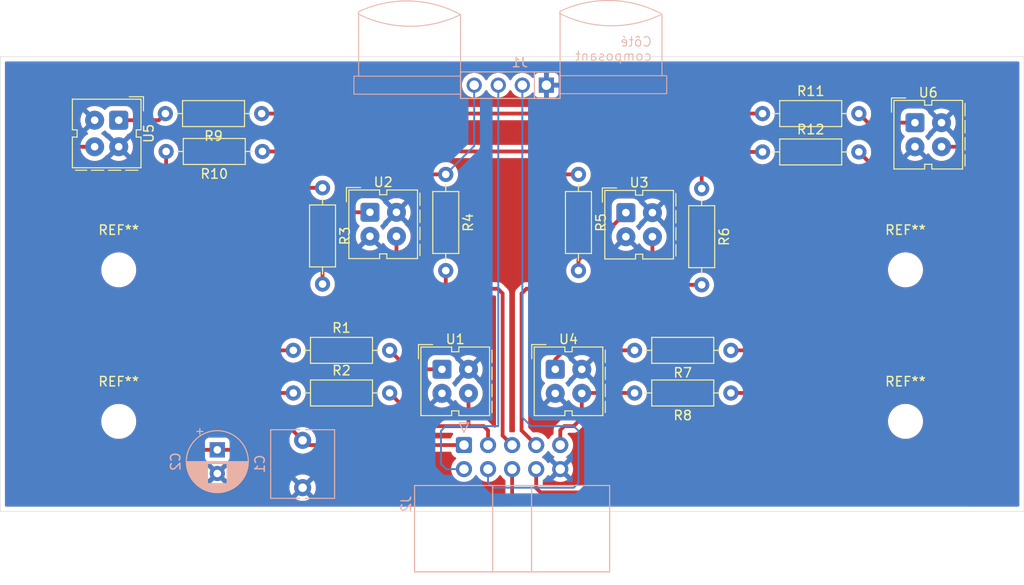
<source format=kicad_pcb>
(kicad_pcb (version 20240108) (generator "pcbnew") (generator_version "8.0")
  (layers (0 "F.Cu" signal) (31 "B.Cu" signal) (34 "B.Paste" user) (35 "F.Paste" user) (36 "B.SilkS" user "B.Silkscreen") (37 "F.SilkS" user "F.Silkscreen") (38 "B.Mask" user) (39 "F.Mask" user) (44 "Edge.Cuts" user))
  (net 0 "")
  (net 1 "GND")
  (net 2 "VCC")
  (net 3 "Net-(J2-Pin_2)")
  (net 4 "Net-(J2-Pin_4)")
  (net 5 "/AN2")
  (net 6 "/D1")
  (net 7 "/D0")
  (net 8 "/AN0")
  (net 9 "/AN3")
  (net 10 "/AN1")
  (net 11 "Net-(U1-A)")
  (net 12 "Net-(U2-A)")
  (net 13 "Net-(U3-A)")
  (net 14 "Net-(U4-A)")
  (net 15 "Net-(U5-A)")
  (net 16 "Net-(U6-A)")
  (footprint "MountingHole:MountingHole_3.2mm_M3" (layer "F.Cu") (at 185.5 98.5)
    (property "Reference" "REF**" (at 0 -4.2 0) (layer "F.SilkS"))
    (property "Value" "MountingHole_3.2mm_M3")
    (pad "" np_thru_hole circle (at 0 0) (size 3.2 3.2) (drill 3.2) (layers "*.Cu" "*.Mask"))
  )
  (footprint "OptoDevice:Vishay_CNY70" (layer "F.Cu") (at 186.5 66.96)
    (property "Reference" "U6" (at 1.4 -3.17 0) (layer "F.SilkS"))
    (property "Value" "CNY70_IUT_VdA")
    (pad "1" thru_hole roundrect (at 0 0) (size 2 2) (drill 0.8) (layers "*.Cu" "*.Mask") (roundrect_rratio 0.156) (net 16 "Net-(U6-A)"))
    (pad "2" thru_hole circle (at 0 2.54) (size 2 2) (drill 0.8) (layers "*.Cu" "*.Mask") (net 1 "GND"))
    (pad "3" thru_hole circle (at 2.8 2.54) (size 2 2) (drill 0.8) (layers "*.Cu" "*.Mask") (net 6 "/D1"))
    (pad "4" thru_hole circle (at 2.8 0) (size 2 2) (drill 0.8) (layers "*.Cu" "*.Mask") (net 1 "GND"))
  )
  (footprint "Resistor_THT:R_Axial_DIN0207_L6.3mm_D2.5mm_P10.16mm_Horizontal" (layer "F.Cu") (at 117.66 70 180)
    (property "Reference" "R10" (at 5.08 -2.37 0) (layer "F.SilkS"))
    (property "Value" "10K")
    (pad "1" thru_hole circle (at 0 0 180) (size 1.6 1.6) (drill 0.8) (layers "*.Cu" "*.Mask") (net 2 "VCC"))
    (pad "2" thru_hole oval (at 10.16 0 180) (size 1.6 1.6) (drill 0.8) (layers "*.Cu" "*.Mask") (net 7 "/D0"))
  )
  (footprint "Resistor_THT:R_Axial_DIN0207_L6.3mm_D2.5mm_P10.16mm_Horizontal" (layer "F.Cu") (at 170.42 70.05)
    (property "Reference" "R12" (at 5.08 -2.37 180) (layer "F.SilkS"))
    (property "Value" "10K")
    (pad "1" thru_hole circle (at 0 0) (size 1.6 1.6) (drill 0.8) (layers "*.Cu" "*.Mask") (net 2 "VCC"))
    (pad "2" thru_hole oval (at 10.16 0) (size 1.6 1.6) (drill 0.8) (layers "*.Cu" "*.Mask") (net 6 "/D1"))
  )
  (footprint "OptoDevice:Vishay_CNY70" (layer "F.Cu") (at 136.6 93)
    (property "Reference" "U1" (at 1.4 -3.17 0) (layer "F.SilkS"))
    (property "Value" "CNY70_IUT_VdA")
    (pad "1" thru_hole roundrect (at 0 0) (size 2 2) (drill 0.8) (layers "*.Cu" "*.Mask") (roundrect_rratio 0.156) (net 11 "Net-(U1-A)"))
    (pad "2" thru_hole circle (at 0 2.54) (size 2 2) (drill 0.8) (layers "*.Cu" "*.Mask") (net 1 "GND"))
    (pad "3" thru_hole circle (at 2.8 2.54) (size 2 2) (drill 0.8) (layers "*.Cu" "*.Mask") (net 8 "/AN0"))
    (pad "4" thru_hole circle (at 2.8 0) (size 2 2) (drill 0.8) (layers "*.Cu" "*.Mask") (net 1 "GND"))
  )
  (footprint "Resistor_THT:R_Axial_DIN0207_L6.3mm_D2.5mm_P10.16mm_Horizontal" (layer "F.Cu") (at 120.92 95.5)
    (property "Reference" "R2" (at 5.08 -2.37 0) (layer "F.SilkS"))
    (property "Value" "10K")
    (pad "1" thru_hole circle (at 0 0) (size 1.6 1.6) (drill 0.8) (layers "*.Cu" "*.Mask") (net 2 "VCC"))
    (pad "2" thru_hole oval (at 10.16 0) (size 1.6 1.6) (drill 0.8) (layers "*.Cu" "*.Mask") (net 8 "/AN0"))
  )
  (footprint "Resistor_THT:R_Axial_DIN0207_L6.3mm_D2.5mm_P10.16mm_Horizontal" (layer "F.Cu") (at 120.92 91)
    (property "Reference" "R1" (at 5.08 -2.37 0) (layer "F.SilkS"))
    (property "Value" "220")
    (pad "1" thru_hole circle (at 0 0) (size 1.6 1.6) (drill 0.8) (layers "*.Cu" "*.Mask") (net 2 "VCC"))
    (pad "2" thru_hole oval (at 10.16 0) (size 1.6 1.6) (drill 0.8) (layers "*.Cu" "*.Mask") (net 11 "Net-(U1-A)"))
  )
  (footprint "Resistor_THT:R_Axial_DIN0207_L6.3mm_D2.5mm_P10.16mm_Horizontal" (layer "F.Cu") (at 167.08 91 180)
    (property "Reference" "R7" (at 5.08 -2.37 180) (layer "F.SilkS"))
    (property "Value" "220")
    (pad "1" thru_hole circle (at 0 0 180) (size 1.6 1.6) (drill 0.8) (layers "*.Cu" "*.Mask") (net 2 "VCC"))
    (pad "2" thru_hole oval (at 10.16 0 180) (size 1.6 1.6) (drill 0.8) (layers "*.Cu" "*.Mask") (net 14 "Net-(U4-A)"))
  )
  (footprint "MountingHole:MountingHole_3.2mm_M3" (layer "F.Cu") (at 102.5 98.5)
    (property "Reference" "REF**" (at 0 -4.2 0) (layer "F.SilkS"))
    (property "Value" "MountingHole_3.2mm_M3")
    (pad "" np_thru_hole circle (at 0 0) (size 3.2 3.2) (drill 3.2) (layers "*.Cu" "*.Mask"))
  )
  (footprint "Resistor_THT:R_Axial_DIN0207_L6.3mm_D2.5mm_P10.16mm_Horizontal" (layer "F.Cu") (at 151 72.42 -90)
    (property "Reference" "R5" (at 5.08 -2.37 -90) (layer "F.SilkS"))
    (property "Value" "220")
    (pad "1" thru_hole circle (at 0 0 270) (size 1.6 1.6) (drill 0.8) (layers "*.Cu" "*.Mask") (net 2 "VCC"))
    (pad "2" thru_hole oval (at 10.16 0 270) (size 1.6 1.6) (drill 0.8) (layers "*.Cu" "*.Mask") (net 13 "Net-(U3-A)"))
  )
  (footprint "OptoDevice:Vishay_CNY70" (layer "F.Cu") (at 129 76.42)
    (property "Reference" "U2" (at 1.4 -3.17 0) (layer "F.SilkS"))
    (property "Value" "CNY70_IUT_VdA")
    (pad "1" thru_hole roundrect (at 0 0) (size 2 2) (drill 0.8) (layers "*.Cu" "*.Mask") (roundrect_rratio 0.156) (net 12 "Net-(U2-A)"))
    (pad "2" thru_hole circle (at 0 2.54) (size 2 2) (drill 0.8) (layers "*.Cu" "*.Mask") (net 1 "GND"))
    (pad "3" thru_hole circle (at 2.8 2.54) (size 2 2) (drill 0.8) (layers "*.Cu" "*.Mask") (net 10 "/AN1"))
    (pad "4" thru_hole circle (at 2.8 0) (size 2 2) (drill 0.8) (layers "*.Cu" "*.Mask") (net 1 "GND"))
  )
  (footprint "MountingHole:MountingHole_3.2mm_M3" (layer "F.Cu") (at 185.5 82.5)
    (property "Reference" "REF**" (at 0 -4.2 0) (layer "F.SilkS"))
    (property "Value" "MountingHole_3.2mm_M3")
    (pad "" np_thru_hole circle (at 0 0) (size 3.2 3.2) (drill 3.2) (layers "*.Cu" "*.Mask"))
  )
  (footprint "Resistor_THT:R_Axial_DIN0207_L6.3mm_D2.5mm_P10.16mm_Horizontal" (layer "F.Cu") (at 164 73.92 -90)
    (property "Reference" "R6" (at 5.08 -2.37 -90) (layer "F.SilkS"))
    (property "Value" "10K")
    (pad "1" thru_hole circle (at 0 0 270) (size 1.6 1.6) (drill 0.8) (layers "*.Cu" "*.Mask") (net 2 "VCC"))
    (pad "2" thru_hole oval (at 10.16 0 270) (size 1.6 1.6) (drill 0.8) (layers "*.Cu" "*.Mask") (net 5 "/AN2"))
  )
  (footprint "MountingHole:MountingHole_3.2mm_M3" (layer "F.Cu") (at 102.5 82.5)
    (property "Reference" "REF**" (at 0 -4.2 0) (layer "F.SilkS"))
    (property "Value" "MountingHole_3.2mm_M3")
    (pad "" np_thru_hole circle (at 0 0) (size 3.2 3.2) (drill 3.2) (layers "*.Cu" "*.Mask"))
  )
  (footprint "Resistor_THT:R_Axial_DIN0207_L6.3mm_D2.5mm_P10.16mm_Horizontal" (layer "F.Cu") (at 124 73.84 -90)
    (property "Reference" "R3" (at 5.08 -2.37 90) (layer "F.SilkS"))
    (property "Value" "220")
    (pad "1" thru_hole circle (at 0 0 270) (size 1.6 1.6) (drill 0.8) (layers "*.Cu" "*.Mask") (net 2 "VCC"))
    (pad "2" thru_hole oval (at 10.16 0 270) (size 1.6 1.6) (drill 0.8) (layers "*.Cu" "*.Mask") (net 12 "Net-(U2-A)"))
  )
  (footprint "Resistor_THT:R_Axial_DIN0207_L6.3mm_D2.5mm_P10.16mm_Horizontal" (layer "F.Cu") (at 117.58 66 180)
    (property "Reference" "R9" (at 5.08 -2.37 0) (layer "F.SilkS"))
    (property "Value" "220")
    (pad "1" thru_hole circle (at 0 0 180) (size 1.6 1.6) (drill 0.8) (layers "*.Cu" "*.Mask") (net 2 "VCC"))
    (pad "2" thru_hole oval (at 10.16 0 180) (size 1.6 1.6) (drill 0.8) (layers "*.Cu" "*.Mask") (net 15 "Net-(U5-A)"))
  )
  (footprint "Resistor_THT:R_Axial_DIN0207_L6.3mm_D2.5mm_P10.16mm_Horizontal" (layer "F.Cu") (at 137 72.42 -90)
    (property "Reference" "R4" (at 5.08 -2.37 90) (layer "F.SilkS"))
    (property "Value" "10K")
    (pad "1" thru_hole circle (at 0 0 270) (size 1.6 1.6) (drill 0.8) (layers "*.Cu" "*.Mask") (net 2 "VCC"))
    (pad "2" thru_hole oval (at 10.16 0 270) (size 1.6 1.6) (drill 0.8) (layers "*.Cu" "*.Mask") (net 10 "/AN1"))
  )
  (footprint "Resistor_THT:R_Axial_DIN0207_L6.3mm_D2.5mm_P10.16mm_Horizontal" (layer "F.Cu") (at 170.42 66)
    (property "Reference" "R11" (at 5.08 -2.37 180) (layer "F.SilkS"))
    (property "Value" "220")
    (pad "1" thru_hole circle (at 0 0) (size 1.6 1.6) (drill 0.8) (layers "*.Cu" "*.Mask") (net 2 "VCC"))
    (pad "2" thru_hole oval (at 10.16 0) (size 1.6 1.6) (drill 0.8) (layers "*.Cu" "*.Mask") (net 16 "Net-(U6-A)"))
  )
  (footprint "OptoDevice:Vishay_CNY70" (layer "F.Cu") (at 102.5 66.7 -90)
    (property "Reference" "U5" (at 1.4 -3.17 90) (layer "F.SilkS"))
    (property "Value" "CNY70_IUT_VdA")
    (pad "1" thru_hole roundrect (at 0 0 270) (size 2 2) (drill 0.8) (layers "*.Cu" "*.Mask") (roundrect_rratio 0.156) (net 15 "Net-(U5-A)"))
    (pad "2" thru_hole circle (at 0 2.54 270) (size 2 2) (drill 0.8) (layers "*.Cu" "*.Mask") (net 1 "GND"))
    (pad "3" thru_hole circle (at 2.8 2.54 270) (size 2 2) (drill 0.8) (layers "*.Cu" "*.Mask") (net 7 "/D0"))
    (pad "4" thru_hole circle (at 2.8 0 270) (size 2 2) (drill 0.8) (layers "*.Cu" "*.Mask") (net 1 "GND"))
  )
  (footprint "OptoDevice:Vishay_CNY70" (layer "F.Cu") (at 148.55 93)
    (property "Reference" "U4" (at 1.4 -3.17 0) (layer "F.SilkS"))
    (property "Value" "CNY70_IUT_VdA")
    (pad "1" thru_hole roundrect (at 0 0) (size 2 2) (drill 0.8) (layers "*.Cu" "*.Mask") (roundrect_rratio 0.156) (net 14 "Net-(U4-A)"))
    (pad "2" thru_hole circle (at 0 2.54) (size 2 2) (drill 0.8) (layers "*.Cu" "*.Mask") (net 1 "GND"))
    (pad "3" thru_hole circle (at 2.8 2.54) (size 2 2) (drill 0.8) (layers "*.Cu" "*.Mask") (net 9 "/AN3"))
    (pad "4" thru_hole circle (at 2.8 0) (size 2 2) (drill 0.8) (layers "*.Cu" "*.Mask") (net 1 "GND"))
  )
  (footprint "Resistor_THT:R_Axial_DIN0207_L6.3mm_D2.5mm_P10.16mm_Horizontal" (layer "F.Cu") (at 167.08 95.5 180)
    (property "Reference" "R8" (at 5.08 -2.37 180) (layer "F.SilkS"))
    (property "Value" "10K")
    (pad "1" thru_hole circle (at 0 0 180) (size 1.6 1.6) (drill 0.8) (layers "*.Cu" "*.Mask") (net 2 "VCC"))
    (pad "2" thru_hole oval (at 10.16 0 180) (size 1.6 1.6) (drill 0.8) (layers "*.Cu" "*.Mask") (net 9 "/AN3"))
  )
  (footprint "OptoDevice:Vishay_CNY70" (layer "F.Cu") (at 156 76.46)
    (property "Reference" "U3" (at 1.4 -3.17 0) (layer "F.SilkS"))
    (property "Value" "CNY70_IUT_VdA")
    (pad "1" thru_hole roundrect (at 0 0) (size 2 2) (drill 0.8) (layers "*.Cu" "*.Mask") (roundrect_rratio 0.156) (net 13 "Net-(U3-A)"))
    (pad "2" thru_hole circle (at 0 2.54) (size 2 2) (drill 0.8) (layers "*.Cu" "*.Mask") (net 1 "GND"))
    (pad "3" thru_hole circle (at 2.8 2.54) (size 2 2) (drill 0.8) (layers "*.Cu" "*.Mask") (net 5 "/AN2"))
    (pad "4" thru_hole circle (at 2.8 0) (size 2 2) (drill 0.8) (layers "*.Cu" "*.Mask") (net 1 "GND"))
  )
  (footprint "Capacitor_THT:C_Rect_L7.0mm_W6.5mm_P5.00mm" (layer "B.Cu") (at 121.9 100.5 -90)
    (property "Reference" "C1" (at 2.5 4.5 90) (layer "B.SilkS") (effects (justify mirror)))
    (property "Value" "C")
    (pad "1" thru_hole circle (at 0 0 270) (size 1.8 1.8) (drill 0.9) (layers "*.Cu" "*.Mask") (net 2 "VCC"))
    (pad "2" thru_hole circle (at 5 0 270) (size 1.8 1.8) (drill 0.9) (layers "*.Cu" "*.Mask") (net 1 "GND"))
  )
  (footprint "Connector_IDC:IDC-Header_2x05_P2.54mm_Horizontal" (layer "B.Cu") (at 138.92 101 -90)
    (property "Reference" "J2" (at 6.215 6.1 90) (layer "B.SilkS") (effects (justify mirror)))
    (property "Value" "Conn_02x05_Odd_Even")
    (pad "1" thru_hole roundrect (at 0 0 270) (size 1.7 1.7) (drill 1) (layers "*.Cu" "*.Mask") (roundrect_rratio 0.147059) (net 2 "VCC"))
    (pad "2" thru_hole circle (at 2.54 0 270) (size 1.7 1.7) (drill 1) (layers "*.Cu" "*.Mask") (net 3 "Net-(J2-Pin_2)"))
    (pad "3" thru_hole circle (at 0 -2.54 270) (size 1.7 1.7) (drill 1) (layers "*.Cu" "*.Mask") (net 8 "/AN0"))
    (pad "4" thru_hole circle (at 2.54 -2.54 270) (size 1.7 1.7) (drill 1) (layers "*.Cu" "*.Mask") (net 4 "Net-(J2-Pin_4)"))
    (pad "5" thru_hole circle (at 0 -5.08 270) (size 1.7 1.7) (drill 1) (layers "*.Cu" "*.Mask") (net 10 "/AN1"))
    (pad "6" thru_hole circle (at 2.54 -5.08 270) (size 1.7 1.7) (drill 1) (layers "*.Cu" "*.Mask") (net 7 "/D0"))
    (pad "7" thru_hole circle (at 0 -7.62 270) (size 1.7 1.7) (drill 1) (layers "*.Cu" "*.Mask") (net 5 "/AN2"))
    (pad "8" thru_hole circle (at 2.54 -7.62 270) (size 1.7 1.7) (drill 1) (layers "*.Cu" "*.Mask") (net 6 "/D1"))
    (pad "9" thru_hole circle (at 0 -10.16 270) (size 1.7 1.7) (drill 1) (layers "*.Cu" "*.Mask") (net 9 "/AN3"))
    (pad "10" thru_hole circle (at 2.54 -10.16 270) (size 1.7 1.7) (drill 1) (layers "*.Cu" "*.Mask") (net 1 "GND"))
  )
  (footprint "Capacitor_THT:CP_Radial_D6.3mm_P2.50mm" (layer "B.Cu") (at 112.9 101.5 -90)
    (property "Reference" "C2" (at 1.25 4.4 90) (layer "B.SilkS") (effects (justify mirror)))
    (property "Value" "C_Polarized")
    (pad "1" thru_hole rect (at 0 0 270) (size 1.6 1.6) (drill 0.8) (layers "*.Cu" "*.Mask") (net 2 "VCC"))
    (pad "2" thru_hole circle (at 2.5 0 270) (size 1.6 1.6) (drill 0.8) (layers "*.Cu" "*.Mask") (net 1 "GND"))
  )
  (footprint "US:UltraSon_IUT_VdA" (layer "B.Cu") (at 143.81 63 180)
    (property "Reference" "J1" (at -1 2.4 0) (layer "B.SilkS") (effects (justify mirror)))
    (property "Value" "US_IUT_VdA")
    (fp_text user "composant" (at -15 2.5 0) (layer "B.SilkS") (effects (font (thickness 0.1)) (justify left bottom mirror)))
    (fp_text user "Côté" (at -15 4 0) (layer "B.SilkS") (effects (font (thickness 0.1)) (justify left bottom mirror)))
    (pad "Echo" thru_hole oval (at -1.27 0 180) (size 1.6 1.6) (drill 1) (layers "*.Cu" "*.Mask") (net 4 "Net-(J2-Pin_4)"))
    (pad "Gnd" thru_hole rect (at -3.81 0 180) (size 1.6 1.6) (drill 1) (layers "*.Cu" "*.Mask") (net 1 "GND"))
    (pad "Trig" thru_hole oval (at 1.27 0 180) (size 1.6 1.6) (drill 1) (layers "*.Cu" "*.Mask") (net 3 "Net-(J2-Pin_2)"))
    (pad "Vcc" thru_hole oval (at 3.81 0 180) (size 1.6 1.6) (drill 1) (layers "*.Cu" "*.Mask") (net 2 "VCC"))
  )
  (gr_line (start 90 108) (end 90 60) (stroke (width 0.05)) (layer "Edge.Cuts"))
  (gr_line (start 90 60) (end 198 60) (stroke (width 0.05)) (layer "Edge.Cuts"))
  (gr_line (start 198 60) (end 198 108) (stroke (width 0.05)) (layer "Edge.Cuts"))
  (gr_line (start 198 108) (end 90 108) (stroke (width 0.05)) (layer "Edge.Cuts"))
  (segment (start 151.35 93) (end 151.09 93) (width 0.4) (layer "F.Cu") (net 1))
  (segment (start 158.8 76.46) (end 158.54 76.46) (width 0.4) (layer "F.Cu") (net 1))
  (segment (start 131.8 76.42) (end 131.54 76.42) (width 0.4) (layer "F.Cu") (net 1))
  (segment (start 136.6 95.54) (end 136.86 95.54) (width 0.4) (layer "F.Cu") (net 1))
  (segment (start 186.5 69.5) (end 186.76 69.5) (width 0.4) (layer "F.Cu") (net 1))
  (segment (start 99.96 66.7) (end 99.96 66.96) (width 0.4) (layer "B.Cu") (net 1))
  (segment (start 148.55 95.54) (end 148.81 95.54) (width 0.4) (layer "B.Cu") (net 1))
  (segment (start 102.5 69.5) (end 102.5 69.24) (width 0.4) (layer "B.Cu") (net 1))
  (segment (start 186.5 69.5) (end 186.76 69.5) (width 0.4) (layer "B.Cu") (net 1))
  (segment (start 156 79) (end 156.26 79) (width 0.4) (layer "B.Cu") (net 1))
  (segment (start 129 78.96) (end 129.26 78.96) (width 0.4) (layer "B.Cu") (net 1))
  (segment (start 136.6 95.54) (end 136.86 95.54) (width 0.4) (layer "B.Cu") (net 1))
  (segment (start 140 70) (end 146 70) (width 0.4) (layer "F.Cu") (net 2))
  (segment (start 115 92.5) (end 115 91) (width 0.4) (layer "F.Cu") (net 2))
  (segment (start 115 91) (end 115 77.5) (width 0.4) (layer "F.Cu") (net 2))
  (segment (start 164 73.92) (end 164 72.5) (width 0.4) (layer "F.Cu") (net 2))
  (segment (start 132 70) (end 137 70) (width 0.4) (layer "F.Cu") (net 2))
  (segment (start 119 66) (end 117.58 66) (width 0.4) (layer "F.Cu") (net 2))
  (segment (start 115 93.5) (end 115 92.5) (width 0.4) (layer "F.Cu") (net 2))
  (segment (start 167.08 91) (end 170 91) (width 0.4) (layer "F.Cu") (net 2))
  (segment (start 120 72.5) (end 120 71) (width 0.4) (layer "F.Cu") (net 2))
  (segment (start 138.92 101) (end 122.4 101) (width 0.4) (layer "F.Cu") (net 2))
  (segment (start 110 100) (end 110 98.5) (width 0.4) (layer "F.Cu") (net 2))
  (segment (start 116.5 91) (end 115 92.5) (width 0.4) (layer "F.Cu") (net 2))
  (segment (start 120.4 99) (end 117.5 99) (width 0.4) (layer "F.Cu") (net 2))
  (segment (start 124 73.84) (end 118.66 73.84) (width 0.4) (layer "F.Cu") (net 2))
  (segment (start 118.66 73.84) (end 118.5 74) (width 0.2) (layer "F.Cu") (net 2))
  (segment (start 113 95.5) (end 115 93.5) (width 0.4) (layer "F.Cu") (net 2))
  (segment (start 110 98.5) (end 113 95.5) (width 0.4) (layer "F.Cu") (net 2))
  (segment (start 164 70) (end 164.05 70.05) (width 0.2) (layer "F.Cu") (net 2))
  (segment (start 120 67) (end 119 66) (width 0.4) (layer "F.Cu") (net 2))
  (segment (start 115 101.5) (end 112.9 101.5) (width 0.4) (layer "F.Cu") (net 2))
  (segment (start 115 77.5) (end 118.5 74) (width 0.4) (layer "F.Cu") (net 2))
  (segment (start 117.5 99) (end 115 101.5) (width 0.4) (layer "F.Cu") (net 2))
  (segment (start 137 72.42) (end 134.42 72.42) (width 0.4) (layer "F.Cu") (net 2))
  (segment (start 164 72.5) (end 161.5 70) (width 0.4) (layer "F.Cu") (net 2))
  (segment (start 170 74.5) (end 170 91) (width 0.4) (layer "F.Cu") (net 2))
  (segment (start 151 72.42) (end 148.42 72.42) (width 0.4) (layer "F.Cu") (net 2))
  (segment (start 167 66) (end 163 70) (width 0.4) (layer "F.Cu") (net 2))
  (segment (start 137 70) (end 140 70) (width 0.4) (layer "F.Cu") (net 2))
  (segment (start 125 70) (end 132 70) (width 0.4) (layer "F.Cu") (net 2))
  (segment (start 118.5 74) (end 120 72.5) (width 0.4) (layer "F.Cu") (net 2))
  (segment (start 166 70.05) (end 170 74.05) (width 0.4) (layer "F.Cu") (net 2))
  (segment (start 170 95.5) (end 167.08 95.5) (width 0.4) (layer "F.Cu") (net 2))
  (segment (start 164.05 70.05) (end 166 70.05) (width 0.4) (layer "F.Cu") (net 2))
  (segment (start 122.4 101) (end 121.9 100.5) (width 0.4) (layer "F.Cu") (net 2))
  (segment (start 120 71) (end 120 67) (width 0.4) (layer "F.Cu") (net 2))
  (segment (start 161.5 70) (end 163 70) (width 0.4) (layer "F.Cu") (net 2))
  (segment (start 151 70) (end 161.5 70) (width 0.4) (layer "F.Cu") (net 2))
  (segment (start 148.42 72.42) (end 146 70) (width 0.4) (layer "F.Cu") (net 2))
  (segment (start 166 70.05) (end 170.42 70.05) (width 0.4) (layer "F.Cu") (net 2))
  (segment (start 120 72.5) (end 122.5 70) (width 0.4) (layer "F.Cu") (net 2))
  (segment (start 170.42 66) (end 167 66) (width 0.4) (layer "F.Cu") (net 2))
  (segment (start 119 70) (end 117.66 70) (width 0.4) (layer "F.Cu") (net 2))
  (segment (start 134.42 72.42) (end 132 70) (width 0.4) (layer "F.Cu") (net 2))
  (segment (start 146 70) (end 151 70) (width 0.4) (layer "F.Cu") (net 2))
  (segment (start 170 74.05) (end 170 74.5) (width 0.4) (layer "F.Cu") (net 2))
  (segment (start 163 70) (end 164 70) (width 0.4) (layer "F.Cu") (net 2))
  (segment (start 120.92 95.5) (end 113 95.5) (width 0.4) (layer "F.Cu") (net 2))
  (segment (start 170 91) (end 170 95.5) (width 0.4) (layer "F.Cu") (net 2))
  (segment (start 111.5 101.5) (end 110 100) (width 0.4) (layer "F.Cu") (net 2))
  (segment (start 122.5 70) (end 125 70) (width 0.4) (layer "F.Cu") (net 2))
  (segment (start 121.9 100.5) (end 120.4 99) (width 0.4) (layer "F.Cu") (net 2))
  (segment (start 112.9 101.5) (end 111.5 101.5) (width 0.4) (layer "F.Cu") (net 2))
  (segment (start 120 71) (end 119 70) (width 0.4) (layer "F.Cu") (net 2))
  (segment (start 120.92 91) (end 116.5 91) (width 0.4) (layer "F.Cu") (net 2))
  (segment (start 140 63) (end 140 69.42) (width 0.2) (layer "B.Cu") (net 2))
  (segment (start 140 69.42) (end 137 72.42) (width 0.2) (layer "B.Cu") (net 2))
  (segment (start 142.54 63) (end 142.54 98.96) (width 0.2) (layer "B.Cu") (net 3))
  (segment (start 142.5 99) (end 137 99) (width 0.2) (layer "B.Cu") (net 3))
  (segment (start 136.5 103) (end 137.04 103.54) (width 0.2) (layer "B.Cu") (net 3))
  (segment (start 137.04 103.54) (end 138.92 103.54) (width 0.2) (layer "B.Cu") (net 3))
  (segment (start 137 99) (end 136.5 99.5) (width 0.2) (layer "B.Cu") (net 3))
  (segment (start 142.54 98.96) (end 142.5 99) (width 0.2) (layer "B.Cu") (net 3))
  (segment (start 136.5 99.5) (end 136.5 103) (width 0.2) (layer "B.Cu") (net 3))
  (segment (start 150.5 105.5) (end 142 105.5) (width 0.2) (layer "B.Cu") (net 4))
  (segment (start 151 99.5) (end 151 105) (width 0.2) (layer "B.Cu") (net 4))
  (segment (start 151 105) (end 150.5 105.5) (width 0.2) (layer "B.Cu") (net 4))
  (segment (start 145.08 63) (end 145.08 98.08) (width 0.2) (layer "B.Cu") (net 4))
  (segment (start 141.46 104.96) (end 141.46 103.54) (width 0.2) (layer "B.Cu") (net 4))
  (segment (start 150.5 99) (end 151 99.5) (width 0.2) (layer "B.Cu") (net 4))
  (segment (start 145.08 98.08) (end 146 99) (width 0.2) (layer "B.Cu") (net 4))
  (segment (start 142 105.5) (end 141.46 104.96) (width 0.2) (layer "B.Cu") (net 4))
  (segment (start 146 99) (end 150.5 99) (width 0.2) (layer "B.Cu") (net 4))
  (segment (start 145 99.46) (end 146.54 101) (width 0.4) (layer "F.Cu") (net 5))
  (segment (start 158.8 79) (end 158.8 84.2) (width 0.4) (layer "F.Cu") (net 5))
  (segment (start 164 84.08) (end 158.92 84.08) (width 0.4) (layer "F.Cu") (net 5))
  (segment (start 158.8 84.2) (end 158.5 84.5) (width 0.4) (layer "F.Cu") (net 5))
  (segment (start 145.5 84.5) (end 145 85) (width 0.4) (layer "F.Cu") (net 5))
  (segment (start 158.92 84.08) (end 158.8 84.2) (width 0.4) (layer "F.Cu") (net 5))
  (segment (start 158.5 84.5) (end 145.5 84.5) (width 0.4) (layer "F.Cu") (net 5))
  (segment (start 145 85) (end 145 99.46) (width 0.4) (layer "F.Cu") (net 5))
  (segment (start 195 69.5) (end 189.3 69.5) (width 0.4) (layer "F.Cu") (net 6))
  (segment (start 195.5 74) (end 184.53 74) (width 0.4) (layer "F.Cu") (net 6))
  (segment (start 195.5 101.5) (end 195.5 74) (width 0.4) (layer "F.Cu") (net 6))
  (segment (start 184.53 74) (end 180.58 70.05) (width 0.4) (layer "F.Cu") (net 6))
  (segment (start 191 106) (end 147 106) (width 0.4) (layer "F.Cu") (net 6))
  (segment (start 146.54 105.54) (end 146.54 103.54) (width 0.4) (layer "F.Cu") (net 6))
  (segment (start 195.5 70) (end 195 69.5) (width 0.4) (layer "F.Cu") (net 6))
  (segment (start 191 106) (end 195.5 101.5) (width 0.4) (layer "F.Cu") (net 6))
  (segment (start 195.5 74) (end 195.5 70) (width 0.4) (layer "F.Cu") (net 6))
  (segment (start 147 106) (end 146.54 105.54) (width 0.4) (layer "F.Cu") (net 6))
  (segment (start 99.96 69.5) (end 96.5 69.5) (width 0.4) (layer "F.Cu") (net 7))
  (segment (start 192.5 63.5) (end 196.5 67.5) (width 0.4) (layer "F.Cu") (net 7))
  (segment (start 149.5 66) (end 152 63.5) (width 0.4) (layer "F.Cu") (net 7))
  (segment (start 196.5 102) (end 191.5 107) (width 0.4) (layer "F.Cu") (net 7))
  (segment (start 98.7 69.5) (end 98.96 69.5) (width 0.4) (layer "F.Cu") (net 7))
  (segment (start 96 72.5) (end 96.5 73) (width 0.4) (layer "F.Cu") (net 7))
  (segment (start 96 70) (end 96 64) (width 0.4) (layer "F.Cu") (net 7))
  (segment (start 191.5 107) (end 144 107) (width 0.4) (layer "F.Cu") (net 7))
  (segment (start 96.5 73) (end 107 73) (width 0.4) (layer "F.Cu") (net 7))
  (segment (start 107 73) (end 107.5 72.5) (width 0.4) (layer "F.Cu") (net 7))
  (segment (start 135.5 63.5) (end 138 66) (width 0.4) (layer "F.Cu") (net 7))
  (segment (start 138 66) (end 149.5 66) (width 0.4) (layer "F.Cu") (net 7))
  (segment (start 196.5 67.5) (end 196.5 102) (width 0.4) (layer "F.Cu") (net 7))
  (segment (start 96 64) (end 96.5 63.5) (width 0.4) (layer "F.Cu") (net 7))
  (segment (start 96 70) (end 96 72.5) (width 0.4) (layer "F.Cu") (net 7))
  (segment (start 96.5 63.5) (end 135.5 63.5) (width 0.4) (layer "F.Cu") (net 7))
  (segment (start 96.5 69.5) (end 96 70) (width 0.4) (layer "F.Cu") (net 7))
  (segment (start 152 63.5) (end 192.5 63.5) (width 0.4) (layer "F.Cu") (net 7))
  (segment (start 107.5 72.5) (end 107.5 70) (width 0.4) (layer "F.Cu") (net 7))
  (segment (start 144 107) (end 144 103.54) (width 0.4) (layer "F.Cu") (net 7))
  (segment (start 134.58 99) (end 131.08 95.5) (width 0.4) (layer "F.Cu") (net 8))
  (segment (start 141.46 101) (end 141.46 99.46) (width 0.4) (layer "F.Cu") (net 8))
  (segment (start 139.4 95.54) (end 139.4 98.9) (width 0.4) (layer "F.Cu") (net 8))
  (segment (start 141 99) (end 139.5 99) (width 0.4) (layer "F.Cu") (net 8))
  (segment (start 141.46 99.46) (end 141 99) (width 0.4) (layer "F.Cu") (net 8))
  (segment (start 139.5 99) (end 134.58 99) (width 0.4) (layer "F.Cu") (net 8))
  (segment (start 139.4 98.9) (end 139.5 99) (width 0.4) (layer "F.Cu") (net 8))
  (segment (start 150.5 99) (end 149.5 99) (width 0.4) (layer "F.Cu") (net 9))
  (segment (start 151.35 95.54) (end 151.35 98.15) (width 0.4) (layer "F.Cu") (net 9))
  (segment (start 149.08 99.42) (end 149.08 101) (width 0.4) (layer "F.Cu") (net 9))
  (segment (start 149.5 99) (end 149.08 99.42) (width 0.4) (layer "F.Cu") (net 9))
  (segment (start 151.35 98.15) (end 150.5 99) (width 0.4) (layer "F.Cu") (net 9))
  (segment (start 151.39 95.5) (end 151.35 95.54) (width 0.4) (layer "F.Cu") (net 9))
  (segment (start 156.92 95.5) (end 151.39 95.5) (width 0.4) (layer "F.Cu") (net 9))
  (segment (start 132 84.5) (end 137 84.5) (width 0.4) (layer "F.Cu") (net 10))
  (segment (start 131.8 84.3) (end 132 84.5) (width 0.4) (layer "F.Cu") (net 10))
  (segment (start 137 82.58) (end 137 84.5) (width 0.4) (layer "F.Cu") (net 10))
  (segment (start 131.8 78.96) (end 131.8 84.3) (width 0.4) (layer "F.Cu") (net 10))
  (segment (start 137 84.5) (end 142.5 84.5) (width 0.4) (layer "F.Cu") (net 10))
  (segment (start 143 100) (end 144 101) (width 0.4) (layer "F.Cu") (net 10))
  (segment (start 143 85) (end 143 100) (width 0.4) (layer "F.Cu") (net 10))
  (segment (start 142.5 84.5) (end 143 85) (width 0.4) (layer "F.Cu") (net 10))
  (segment (start 136.6 93) (end 133.08 93) (width 0.4) (layer "F.Cu") (net 11))
  (segment (start 133.08 93) (end 131.08 91) (width 0.4) (layer "F.Cu") (net 11))
  (segment (start 124 78.5) (end 124 84) (width 0.4) (layer "F.Cu") (net 12))
  (segment (start 126.08 76.42) (end 124 78.5) (width 0.4) (layer "F.Cu") (net 12))
  (segment (start 129 76.42) (end 126.08 76.42) (width 0.4) (layer "F.Cu") (net 12))
  (segment (start 151 81.46) (end 151 82.58) (width 0.4) (layer "F.Cu") (net 13))
  (segment (start 156 76.46) (end 151 81.46) (width 0.4) (layer "F.Cu") (net 13))
  (segment (start 148.55 93) (end 148.55 91.95) (width 0.4) (layer "F.Cu") (net 14))
  (segment (start 149.5 91) (end 156.92 91) (width 0.4) (layer "F.Cu") (net 14))
  (segment (start 148.55 91.95) (end 149.5 91) (width 0.4) (layer "F.Cu") (net 14))
  (segment (start 102.5 66.7) (end 106.72 66.7) (width 0.4) (layer "F.Cu") (net 15))
  (segment (start 106.72 66.7) (end 107.42 66) (width 0.4) (layer "F.Cu") (net 15))
  (segment (start 181.54 66.96) (end 180.58 66) (width 0.4) (layer "F.Cu") (net 16))
  (segment (start 186.5 66.96) (end 181.54 66.96) (width 0.4) (layer "F.Cu") (net 16))
  (zone (net 1) (net_name "GND") (layers "F&B.Cu") (connect_pads (clearance 0.5)) (min_thickness 0.25) (fill yes (thermal_gap 0.5) (thermal_bridge_width 0.5))
    (polygon (pts (xy 90 60) (xy 90 108) (xy 198 108) (xy 198 60)))
  )
)
</source>
